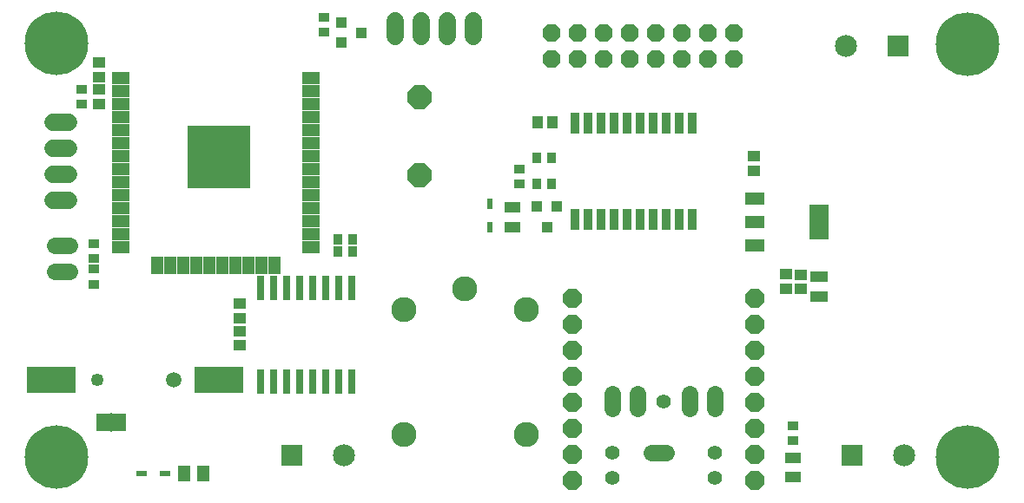
<source format=gbr>
G04 EAGLE Gerber RS-274X export*
G75*
%MOMM*%
%FSLAX34Y34*%
%LPD*%
%INSoldermask Top*%
%IPPOS*%
%AMOC8*
5,1,8,0,0,1.08239X$1,22.5*%
G01*
%ADD10R,1.103200X1.003200*%
%ADD11R,0.803200X2.403200*%
%ADD12R,1.703200X1.203200*%
%ADD13R,1.203200X1.703200*%
%ADD14R,6.203200X6.203200*%
%ADD15P,2.556822X8X112.500000*%
%ADD16R,1.103200X0.853200*%
%ADD17R,1.003200X1.103200*%
%ADD18R,0.853200X1.103200*%
%ADD19C,2.453200*%
%ADD20R,0.623200X1.023200*%
%ADD21R,1.603200X1.103200*%
%ADD22C,1.625600*%
%ADD23C,1.403200*%
%ADD24R,2.153200X2.153200*%
%ADD25C,2.153200*%
%ADD26R,4.703200X2.503200*%
%ADD27C,1.503200*%
%ADD28C,1.253200*%
%ADD29R,1.183200X0.983200*%
%ADD30R,1.023200X0.623200*%
%ADD31R,1.203200X1.603200*%
%ADD32R,0.853200X2.153200*%
%ADD33P,1.852186X8X22.500000*%
%ADD34R,0.983200X1.183200*%
%ADD35P,2.034460X8X22.500000*%
%ADD36R,1.953200X1.153200*%
%ADD37R,1.953200X3.403200*%
%ADD38C,1.727200*%
%ADD39R,1.723200X1.133200*%
%ADD40C,6.203200*%
%ADD41R,1.371600X1.803400*%
%ADD42R,0.152400X1.828800*%


D10*
X317914Y463652D03*
X317914Y444652D03*
X337914Y454152D03*
D11*
X251714Y113004D03*
X277114Y205004D03*
X239014Y113004D03*
X264414Y113004D03*
X277114Y113004D03*
X264414Y205004D03*
X289814Y205004D03*
X302514Y205004D03*
X302514Y113004D03*
X327914Y205004D03*
X289814Y113004D03*
X315214Y113004D03*
X315214Y205004D03*
X327914Y113004D03*
X251714Y205004D03*
X239014Y205004D03*
D12*
X103080Y371498D03*
X103080Y358798D03*
X103080Y346098D03*
X103080Y333398D03*
X103080Y320698D03*
X103080Y307998D03*
X103080Y295298D03*
X103080Y282598D03*
D13*
X252880Y227098D03*
D12*
X288080Y244498D03*
X288080Y257198D03*
X288080Y269898D03*
X288080Y282598D03*
X288080Y295298D03*
X288080Y307998D03*
X288080Y320698D03*
D13*
X163980Y227098D03*
D12*
X103080Y269898D03*
X103080Y257198D03*
X103080Y244498D03*
D13*
X138580Y227098D03*
X151280Y227098D03*
D12*
X103080Y384198D03*
X103080Y396898D03*
X103080Y409598D03*
D13*
X176680Y227098D03*
X189380Y227098D03*
X202080Y227098D03*
X240180Y227098D03*
X227480Y227098D03*
X214780Y227098D03*
D12*
X288080Y333398D03*
X288080Y346098D03*
X288080Y358798D03*
X288080Y371498D03*
X288080Y384198D03*
X288080Y396898D03*
X288080Y409598D03*
D14*
X198580Y332598D03*
D15*
X393954Y314960D03*
X393954Y391160D03*
D16*
X301244Y454776D03*
X301244Y469276D03*
D17*
X527914Y284320D03*
X508914Y284320D03*
X518414Y264320D03*
D18*
X508624Y331978D03*
X523124Y331978D03*
X508878Y306324D03*
X523378Y306324D03*
D19*
X438714Y203862D03*
X378714Y183862D03*
X378714Y61862D03*
X498714Y61862D03*
X498714Y183862D03*
D20*
X463042Y286836D03*
X463042Y263836D03*
D21*
X484632Y264312D03*
X484632Y283312D03*
D16*
X491236Y306694D03*
X491236Y321194D03*
D18*
X328814Y252222D03*
X314314Y252222D03*
X328814Y240538D03*
X314314Y240538D03*
D22*
X607206Y101374D02*
X607206Y87150D01*
X582206Y87150D02*
X582206Y101374D01*
X657206Y101374D02*
X657206Y87150D01*
X682206Y87150D02*
X682206Y101374D01*
X634318Y44262D02*
X620094Y44262D01*
D23*
X582206Y19262D03*
X582206Y44262D03*
X632206Y94262D03*
X682206Y19262D03*
X682206Y44262D03*
D24*
X270002Y41148D03*
D25*
X320802Y41148D03*
D26*
X199094Y115316D03*
X35094Y115316D03*
D27*
X154344Y115316D03*
D28*
X79844Y115316D03*
D29*
X219202Y162956D03*
X219202Y148956D03*
X218948Y189372D03*
X218948Y175372D03*
D30*
X123120Y23876D03*
X146120Y23876D03*
D31*
X164744Y23876D03*
X183744Y23876D03*
D32*
X545592Y271520D03*
X558292Y271520D03*
X570992Y271520D03*
X583692Y271520D03*
X596392Y271520D03*
X609092Y271520D03*
X621792Y271520D03*
X634492Y271520D03*
X647192Y271520D03*
X659892Y271520D03*
X659892Y366020D03*
X647192Y366020D03*
X634492Y366020D03*
X621792Y366020D03*
X609092Y366020D03*
X596392Y366020D03*
X583692Y366020D03*
X570992Y366020D03*
X558292Y366020D03*
X545592Y366020D03*
D33*
X522732Y428498D03*
X522732Y453898D03*
X548132Y428498D03*
X548132Y453898D03*
X573532Y428498D03*
X573532Y453898D03*
X598932Y428498D03*
X598932Y453898D03*
X624332Y428498D03*
X624332Y453898D03*
X649732Y428498D03*
X649732Y453898D03*
X675132Y428498D03*
X675132Y453898D03*
X700532Y428498D03*
X700532Y453898D03*
D34*
X509636Y366522D03*
X523636Y366522D03*
D35*
X543052Y118364D03*
X543052Y92964D03*
X720852Y118364D03*
X720852Y92964D03*
X543052Y67564D03*
X543052Y143764D03*
X720852Y143764D03*
X720852Y67564D03*
X543052Y169164D03*
X720852Y169164D03*
X543052Y42164D03*
X720852Y42164D03*
X543052Y194564D03*
X720852Y194564D03*
X543052Y16764D03*
X720852Y16764D03*
D29*
X81534Y424830D03*
X81534Y410830D03*
D16*
X76962Y223150D03*
X76962Y208650D03*
X76708Y248296D03*
X76708Y233796D03*
D22*
X53086Y220726D02*
X38862Y220726D01*
X38862Y246126D02*
X53086Y246126D01*
D16*
X65024Y398664D03*
X65024Y384164D03*
D29*
X81788Y398668D03*
X81788Y384668D03*
D36*
X721102Y292240D03*
X721102Y269240D03*
X721102Y246240D03*
D37*
X784102Y269240D03*
D29*
X751586Y204074D03*
X751586Y218074D03*
X720090Y333390D03*
X720090Y319390D03*
D38*
X51816Y366776D02*
X36576Y366776D01*
X36576Y341376D02*
X51816Y341376D01*
X51816Y315976D02*
X36576Y315976D01*
X36576Y290576D02*
X51816Y290576D01*
D24*
X815848Y41402D03*
D25*
X866648Y41402D03*
D39*
X783336Y195994D03*
X783336Y215994D03*
D29*
X765810Y203820D03*
X765810Y217820D03*
D16*
X757936Y70496D03*
X757936Y55996D03*
D21*
X758444Y20218D03*
X758444Y39218D03*
D40*
X40132Y443230D03*
X928370Y442722D03*
X40386Y39370D03*
X928878Y39878D03*
D24*
X861060Y441452D03*
D25*
X810260Y441452D03*
D38*
X447040Y450088D02*
X447040Y465328D01*
X421640Y465328D02*
X421640Y450088D01*
X396240Y450088D02*
X396240Y465328D01*
X370840Y465328D02*
X370840Y450088D01*
D41*
X85852Y73406D03*
X101092Y73406D03*
D42*
X93472Y73406D03*
M02*

</source>
